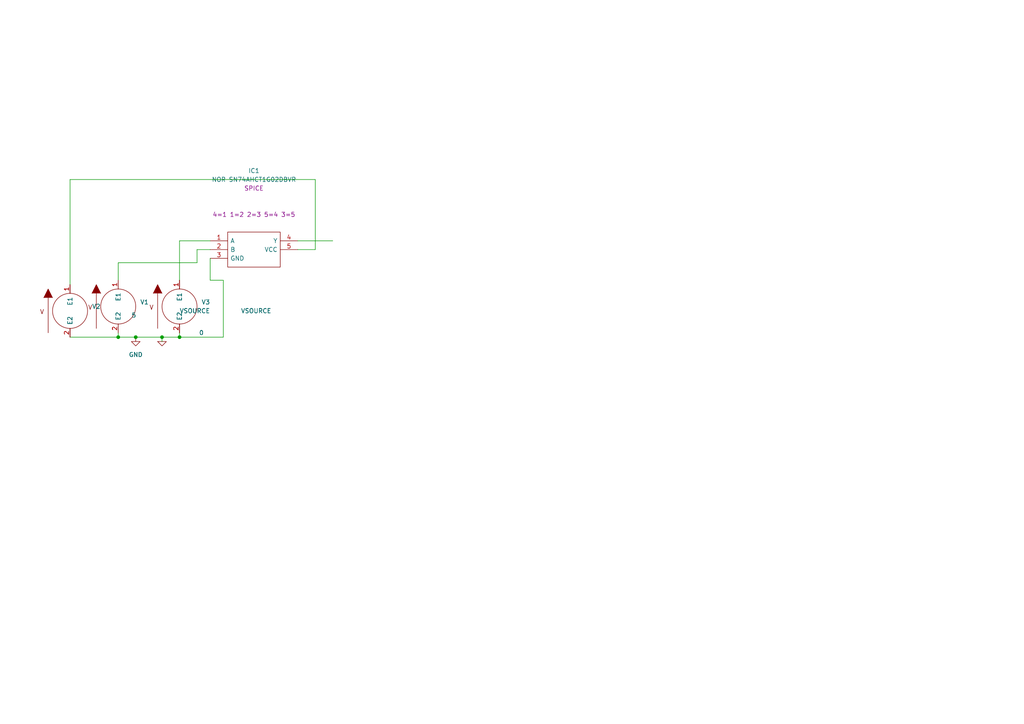
<source format=kicad_sch>
(kicad_sch (version 20211123) (generator eeschema)
  (paper "A4")
  (lib_symbols
    (symbol "EPSA_Lib:NOR SN74AHCT1G02DBVR" (pin_names (offset 0.762))
      (property "Reference" "IC" (at 21.59 7.62 0))
      (property "Value" "NOR SN74AHCT1G02DBVR" (at 21.59 5.08 0))
      (property "Spice_Primitive" "X" (at 21.59 7.62 0))
      (property "Spice_Model" "SN74AHCT1G02" (at 21.59 7.62 0))
      (property "Spice_Netlist_Enabled" "Y" (at 21.59 7.62 0))
      (property "Spice_Node_Sequence" "4,1,2,5,3" (at 21.59 7.62 0))
      (property "Spice_Lib_File" "NOR\\SN74AHCT1G02.lib" (at 21.59 7.62 0))
      (symbol "NOR SN74AHCT1G02DBVR_0_0"
        (pin passive line (at 0 0 0) (length 5.08) (name "A") (number "1"))
        (pin passive line (at 0 -2.54 0) (length 5.08) (name "B") (number "2"))
        (pin passive line (at 0 -5.08 0) (length 5.08) (name "GND") (number "3"))
        (pin passive line (at 25.4 0 180) (length 5.08) (name "Y") (number "4"))
        (pin passive line (at 25.4 -2.54 180) (length 5.08) (name "VCC") (number "5"))
      )
      (symbol "NOR SN74AHCT1G02DBVR_0_1"
        (polyline (pts (xy 5.08 2.54) (xy 20.32 2.54) (xy 20.32 -7.62) (xy 5.08 -7.62) (xy 5.08 2.54)) (stroke (width 0.1524)))
      )
    )
    (symbol "power:GND" (power) (pin_names (offset 0))
      (property "Value" "GND" (at 0 -3.81 0))
      (symbol "GND_0_1"
        (polyline (pts (xy 0 0) (xy 0 -1.27) (xy 1.27 -1.27) (xy 0 -2.54) (xy -1.27 -1.27) (xy 0 -1.27)))
      )
      (symbol "GND_1_1"
        (pin power_in line (at 0 0 270) (length 0) hide (name "GND") (number "1"))
      )
    )
    (symbol "pspice:0" (power) (pin_names (offset 0))
      (property "Value" "0" (at 0 -1.778 0))
      (symbol "0_0_1"
        (polyline (pts (xy -1.27 0) (xy 0 -1.27) (xy 1.27 0) (xy -1.27 0)))
      )
      (symbol "0_1_1"
        (pin power_in line (at 0 0 0) (length 0) hide (name "0") (number "1"))
      )
    )
    (symbol "pspice:VSOURCE" (pin_names (offset 1.016))
      (property "Reference" "V" (at -6.35 7.62 0))
      (property "Value" "VSOURCE" (at 0 0 0))
      (symbol "VSOURCE_0_1"
        (polyline (pts (xy -6.35 -6.35) (xy -6.35 3.81)) (fill (type outline)))
        (polyline (pts (xy -7.62 3.81) (xy -6.35 6.35) (xy -5.08 3.81)) (fill (type outline)))
        (circle (center 0 0) (radius 5.08))
        (text "V" (at -8.128 -0.254 0) (effects (font (size 1.27 1.27))))
      )
      (symbol "VSOURCE_1_1"
        (pin input line (at 0 7.62 270) (length 2.54) (name "E1") (number "1"))
        (pin input line (at 0 -7.62 90) (length 2.54) (name "E2") (number "2"))
      )
    )
  )
  (junction (at 46.99 97.79))
  (junction (at 52.07 97.79))
  (junction (at 34.29 97.79))
  (junction (at 39.37 97.79))
  (wire (pts (xy 34.29 96.52) (xy 34.29 97.79)))
  (wire (pts (xy 46.99 97.79) (xy 52.07 97.79)))
  (wire (pts (xy 46.99 97.79) (xy 46.99 99.06)))
  (wire (pts (xy 52.07 81.28) (xy 52.07 69.85)))
  (wire (pts (xy 20.32 97.79) (xy 34.29 97.79)))
  (wire (pts (xy 34.29 97.79) (xy 39.37 97.79)))
  (wire (pts (xy 57.15 72.39) (xy 60.96 72.39)))
  (wire (pts (xy 34.29 76.2) (xy 34.29 81.28)))
  (wire (pts (xy 60.96 74.93) (xy 60.96 81.28)))
  (wire (pts (xy 52.07 69.85) (xy 60.96 69.85)))
  (wire (pts (xy 60.96 81.28) (xy 64.77 81.28)))
  (wire (pts (xy 86.36 69.85) (xy 96.52 69.85)))
  (wire (pts (xy 52.07 96.52) (xy 52.07 97.79)))
  (wire (pts (xy 91.44 72.39) (xy 91.44 52.07)))
  (wire (pts (xy 39.37 97.79) (xy 46.99 97.79)))
  (wire (pts (xy 20.32 82.55) (xy 20.32 52.07)))
  (wire (pts (xy 86.36 72.39) (xy 91.44 72.39)))
  (wire (pts (xy 52.07 97.79) (xy 64.77 97.79)))
  (wire (pts (xy 20.32 52.07) (xy 91.44 52.07)))
  (wire (pts (xy 57.15 76.2) (xy 57.15 72.39)))
  (wire (pts (xy 64.77 97.79) (xy 64.77 81.28)))
  (wire (pts (xy 34.29 76.2) (xy 57.15 76.2)))
  (symbol (lib_id "pspice:VSOURCE") (at 20.32 90.17 0) (unit 1)
    (property "Reference" "V2" (at 26.67 88.8999 0) (effects (justify left)))
    (property "Value" "VSOURCE" (at 38.1 91.4399 0) (effects (justify left)))
    (property "Spice_Primitive" "V" (effects hide))
    (property "Spice_Model" "dc 5" (effects hide))
    (property "Spice_Netlist_Enabled" "Y" (effects hide))
  )
  (symbol (lib_id "pspice:VSOURCE") (at 52.07 88.9 0) (unit 1)
    (property "Reference" "V3" (at 58.42 87.6299 0) (effects (justify left)))
    (property "Value" "VSOURCE" (at 69.85 90.1699 0) (effects (justify left)))
    (property "Spice_Primitive" "V" (effects hide))
    (property "Spice_Model" "dc 5 pulse(0 5 1 100m 100m 2 4)" (effects hide))
    (property "Spice_Netlist_Enabled" "Y" (effects hide))
  )
  (symbol (lib_id "pspice:0") (at 46.99 99.06 0) (unit 1)
    (property "Reference" "#GND01" (effects hide))
    (property "Value" "0" (at 58.42 96.52 0))
  )
  (symbol (lib_id "pspice:VSOURCE") (at 34.29 88.9 0) (unit 1)
    (property "Reference" "V1" (at 40.64 87.6299 0) (effects (justify left)))
    (property "Value" "VSOURCE" (at 52.07 90.1699 0) (effects (justify left)))
    (property "Spice_Primitive" "V" (effects hide))
    (property "Spice_Model" "dc 5 pulse(0 5 2 100m 100m 2 4)" (effects hide))
    (property "Spice_Netlist_Enabled" "Y" (effects hide))
  )
  (symbol (lib_id "EPSA_Lib:NOR SN74AHCT1G02DBVR") (at 60.96 69.85 0) (unit 1)
    (property "Reference" "IC1" (at 73.66 49.53 0))
    (property "Value" "NOR SN74AHCT1G02DBVR" (at 73.66 52.07 0))
    (property "Footprint" "SOT95P280X145-5N" (effects hide))
    (property "Datasheet" "http://www.ti.com/general/docs/suppproductinfo.tsp?distId=10&gotoUrl=http%3A%2F%2Fwww.ti.com%2Flit%2Fgpn%2Fsn74ahct1g02" (effects hide))
    (property "Description" "Single 2-Input Positive-NOR Gate" (effects hide))
    (property "Height" "1.45" (effects hide))
    (property "Manufacturer_Name" "Texas Instruments" (effects hide))
    (property "Manufacturer_Part_Number" "SN74AHCT1G02DBVR" (effects hide))
    (property "Mouser Part Number" "595-SN74AHCT1G02DBVR" (effects hide))
    (property "Mouser Price/Stock" "https://www.mouser.co.uk/ProductDetail/Texas-Instruments/SN74AHCT1G02DBVR?qs=5BZzbFV4k2slAKEMAKirRQ%3D%3D" (effects hide))
    (property "Arrow Part Number" "SN74AHCT1G02DBVR" (effects hide))
    (property "Arrow Price/Stock" "https://www.arrow.com/en/products/sn74ahct1g02dbvr/texas-instruments?region=nac" (effects hide))
    (property "Spice_Primitive" "X" (at 73.66 54.61 0))
    (property "Spice_Model" "SN74AHCT1G02" (at 73.66 57.15 0))
    (property "Spice_Netlist_Enabled" "Y" (at 73.66 59.69 0))
    (property "Spice_Node_Sequence" "4,1,2,5,3" (at 73.66 62.23 0))
    (property "Spice_Lib_File" "NOR\\SN74AHCT1G02.lib" (at 73.66 64.77 0))
  )
  (symbol (lib_id "power:GND") (at 39.37 97.79 0) (unit 1)
    (property "Reference" "#PWR01" (effects hide))
    (property "Value" "GND" (at 39.37 102.87 0))
  )
)
</source>
